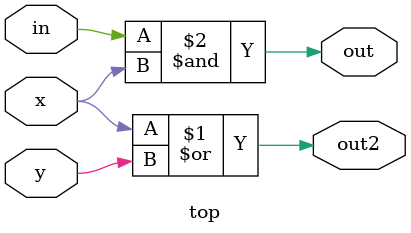
<source format=v>
module top(in, x, y, out, out2);
input in, x, y;
output out, out2;

or  a(out2, x, y);
and b(out, in, x);

endmodule
</source>
